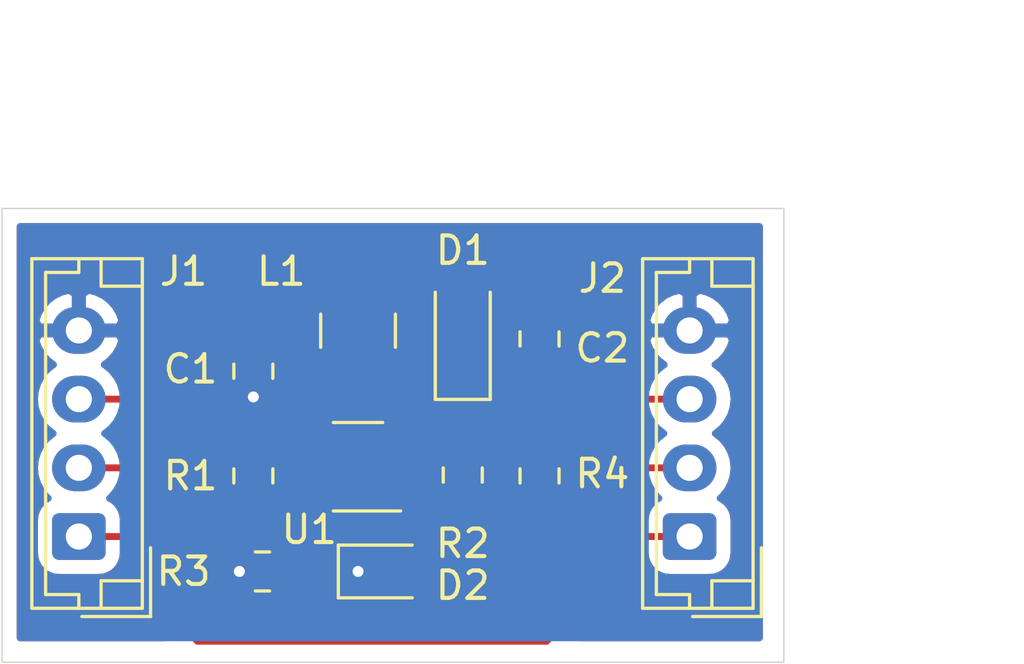
<source format=kicad_pcb>
(kicad_pcb (version 20171130) (host pcbnew "(5.1.6)-1")

  (general
    (thickness 1.6)
    (drawings 9)
    (tracks 58)
    (zones 0)
    (modules 12)
    (nets 10)
  )

  (page A4)
  (layers
    (0 F.Cu signal)
    (31 B.Cu signal)
    (32 B.Adhes user)
    (33 F.Adhes user)
    (34 B.Paste user)
    (35 F.Paste user)
    (36 B.SilkS user)
    (37 F.SilkS user)
    (38 B.Mask user)
    (39 F.Mask user)
    (40 Dwgs.User user)
    (41 Cmts.User user)
    (42 Eco1.User user)
    (43 Eco2.User user)
    (44 Edge.Cuts user)
    (45 Margin user)
    (46 B.CrtYd user)
    (47 F.CrtYd user)
    (48 B.Fab user)
    (49 F.Fab user)
  )

  (setup
    (last_trace_width 0.25)
    (trace_clearance 0.2)
    (zone_clearance 0.508)
    (zone_45_only no)
    (trace_min 0.2)
    (via_size 0.8)
    (via_drill 0.4)
    (via_min_size 0.4)
    (via_min_drill 0.3)
    (uvia_size 0.3)
    (uvia_drill 0.1)
    (uvias_allowed no)
    (uvia_min_size 0.2)
    (uvia_min_drill 0.1)
    (edge_width 0.05)
    (segment_width 0.2)
    (pcb_text_width 0.3)
    (pcb_text_size 1.5 1.5)
    (mod_edge_width 0.12)
    (mod_text_size 1 1)
    (mod_text_width 0.15)
    (pad_size 1.524 1.524)
    (pad_drill 0.762)
    (pad_to_mask_clearance 0.05)
    (aux_axis_origin 0 0)
    (visible_elements 7FFFFFFF)
    (pcbplotparams
      (layerselection 0x010f0_ffffffff)
      (usegerberextensions false)
      (usegerberattributes true)
      (usegerberadvancedattributes true)
      (creategerberjobfile true)
      (excludeedgelayer true)
      (linewidth 0.100000)
      (plotframeref false)
      (viasonmask false)
      (mode 1)
      (useauxorigin false)
      (hpglpennumber 1)
      (hpglpenspeed 20)
      (hpglpendiameter 15.000000)
      (psnegative false)
      (psa4output false)
      (plotreference true)
      (plotvalue true)
      (plotinvisibletext false)
      (padsonsilk false)
      (subtractmaskfromsilk false)
      (outputformat 1)
      (mirror false)
      (drillshape 0)
      (scaleselection 1)
      (outputdirectory "gerber/"))
  )

  (net 0 "")
  (net 1 GND)
  (net 2 +3V3)
  (net 3 +5V)
  (net 4 "Net-(D1-Pad2)")
  (net 5 "Net-(D2-Pad2)")
  (net 6 "Net-(J1-Pad2)")
  (net 7 "Net-(J1-Pad1)")
  (net 8 "Net-(R1-Pad1)")
  (net 9 "Net-(R2-Pad1)")

  (net_class Default "This is the default net class."
    (clearance 0.2)
    (trace_width 0.25)
    (via_dia 0.8)
    (via_drill 0.4)
    (uvia_dia 0.3)
    (uvia_drill 0.1)
    (add_net +3V3)
    (add_net +5V)
    (add_net GND)
    (add_net "Net-(D1-Pad2)")
    (add_net "Net-(D2-Pad2)")
    (add_net "Net-(J1-Pad1)")
    (add_net "Net-(J1-Pad2)")
    (add_net "Net-(R1-Pad1)")
    (add_net "Net-(R2-Pad1)")
  )

  (module Package_TO_SOT_SMD:SOT-23-5 (layer F.Cu) (tedit 5A02FF57) (tstamp 5EFF783F)
    (at 119.38 78.74 180)
    (descr "5-pin SOT23 package")
    (tags SOT-23-5)
    (path /5EFF8EED)
    (attr smd)
    (fp_text reference U1 (at 1.778 -2.286) (layer F.SilkS)
      (effects (font (size 1 1) (thickness 0.15)))
    )
    (fp_text value AP3012 (at 0 2.9) (layer F.Fab)
      (effects (font (size 1 1) (thickness 0.15)))
    )
    (fp_line (start 0.9 -1.55) (end 0.9 1.55) (layer F.Fab) (width 0.1))
    (fp_line (start 0.9 1.55) (end -0.9 1.55) (layer F.Fab) (width 0.1))
    (fp_line (start -0.9 -0.9) (end -0.9 1.55) (layer F.Fab) (width 0.1))
    (fp_line (start 0.9 -1.55) (end -0.25 -1.55) (layer F.Fab) (width 0.1))
    (fp_line (start -0.9 -0.9) (end -0.25 -1.55) (layer F.Fab) (width 0.1))
    (fp_line (start -1.9 1.8) (end -1.9 -1.8) (layer F.CrtYd) (width 0.05))
    (fp_line (start 1.9 1.8) (end -1.9 1.8) (layer F.CrtYd) (width 0.05))
    (fp_line (start 1.9 -1.8) (end 1.9 1.8) (layer F.CrtYd) (width 0.05))
    (fp_line (start -1.9 -1.8) (end 1.9 -1.8) (layer F.CrtYd) (width 0.05))
    (fp_line (start 0.9 -1.61) (end -1.55 -1.61) (layer F.SilkS) (width 0.12))
    (fp_line (start -0.9 1.61) (end 0.9 1.61) (layer F.SilkS) (width 0.12))
    (fp_text user %R (at 0 0 180) (layer F.Fab)
      (effects (font (size 0.5 0.5) (thickness 0.075)))
    )
    (pad 5 smd rect (at 1.1 -0.95 180) (size 1.06 0.65) (layers F.Cu F.Paste F.Mask))
    (pad 4 smd rect (at 1.1 0.95 180) (size 1.06 0.65) (layers F.Cu F.Paste F.Mask)
      (net 8 "Net-(R1-Pad1)"))
    (pad 3 smd rect (at -1.1 0.95 180) (size 1.06 0.65) (layers F.Cu F.Paste F.Mask)
      (net 9 "Net-(R2-Pad1)"))
    (pad 2 smd rect (at -1.1 0 180) (size 1.06 0.65) (layers F.Cu F.Paste F.Mask)
      (net 1 GND))
    (pad 1 smd rect (at -1.1 -0.95 180) (size 1.06 0.65) (layers F.Cu F.Paste F.Mask))
    (model ${KISYS3DMOD}/Package_TO_SOT_SMD.3dshapes/SOT-23-5.wrl
      (at (xyz 0 0 0))
      (scale (xyz 1 1 1))
      (rotate (xyz 0 0 0))
    )
  )

  (module Resistor_SMD:R_0805_2012Metric (layer F.Cu) (tedit 5B36C52B) (tstamp 5EFF86E7)
    (at 125.984 79.0725 270)
    (descr "Resistor SMD 0805 (2012 Metric), square (rectangular) end terminal, IPC_7351 nominal, (Body size source: https://docs.google.com/spreadsheets/d/1BsfQQcO9C6DZCsRaXUlFlo91Tg2WpOkGARC1WS5S8t0/edit?usp=sharing), generated with kicad-footprint-generator")
    (tags resistor)
    (path /5F00E721)
    (attr smd)
    (fp_text reference R4 (at -0.0785 -2.286 180) (layer F.SilkS)
      (effects (font (size 1 1) (thickness 0.15)))
    )
    (fp_text value R (at 0 1.65 90) (layer F.Fab)
      (effects (font (size 1 1) (thickness 0.15)))
    )
    (fp_line (start 1.68 0.95) (end -1.68 0.95) (layer F.CrtYd) (width 0.05))
    (fp_line (start 1.68 -0.95) (end 1.68 0.95) (layer F.CrtYd) (width 0.05))
    (fp_line (start -1.68 -0.95) (end 1.68 -0.95) (layer F.CrtYd) (width 0.05))
    (fp_line (start -1.68 0.95) (end -1.68 -0.95) (layer F.CrtYd) (width 0.05))
    (fp_line (start -0.258578 0.71) (end 0.258578 0.71) (layer F.SilkS) (width 0.12))
    (fp_line (start -0.258578 -0.71) (end 0.258578 -0.71) (layer F.SilkS) (width 0.12))
    (fp_line (start 1 0.6) (end -1 0.6) (layer F.Fab) (width 0.1))
    (fp_line (start 1 -0.6) (end 1 0.6) (layer F.Fab) (width 0.1))
    (fp_line (start -1 -0.6) (end 1 -0.6) (layer F.Fab) (width 0.1))
    (fp_line (start -1 0.6) (end -1 -0.6) (layer F.Fab) (width 0.1))
    (fp_text user %R (at 0 0 90) (layer F.Fab)
      (effects (font (size 0.5 0.5) (thickness 0.08)))
    )
    (pad 2 smd roundrect (at 0.9375 0 270) (size 0.975 1.4) (layers F.Cu F.Paste F.Mask) (roundrect_rratio 0.25)
      (net 5 "Net-(D2-Pad2)"))
    (pad 1 smd roundrect (at -0.9375 0 270) (size 0.975 1.4) (layers F.Cu F.Paste F.Mask) (roundrect_rratio 0.25)
      (net 3 +5V))
    (model ${KISYS3DMOD}/Resistor_SMD.3dshapes/R_0805_2012Metric.wrl
      (at (xyz 0 0 0))
      (scale (xyz 1 1 1))
      (rotate (xyz 0 0 0))
    )
  )

  (module Resistor_SMD:R_0805_2012Metric (layer F.Cu) (tedit 5B36C52B) (tstamp 5EFF7B40)
    (at 115.9025 82.55 180)
    (descr "Resistor SMD 0805 (2012 Metric), square (rectangular) end terminal, IPC_7351 nominal, (Body size source: https://docs.google.com/spreadsheets/d/1BsfQQcO9C6DZCsRaXUlFlo91Tg2WpOkGARC1WS5S8t0/edit?usp=sharing), generated with kicad-footprint-generator")
    (tags resistor)
    (path /5EFFF86F)
    (attr smd)
    (fp_text reference R3 (at 2.8725 0) (layer F.SilkS)
      (effects (font (size 1 1) (thickness 0.15)))
    )
    (fp_text value R (at 0 1.65) (layer F.Fab)
      (effects (font (size 1 1) (thickness 0.15)))
    )
    (fp_line (start 1.68 0.95) (end -1.68 0.95) (layer F.CrtYd) (width 0.05))
    (fp_line (start 1.68 -0.95) (end 1.68 0.95) (layer F.CrtYd) (width 0.05))
    (fp_line (start -1.68 -0.95) (end 1.68 -0.95) (layer F.CrtYd) (width 0.05))
    (fp_line (start -1.68 0.95) (end -1.68 -0.95) (layer F.CrtYd) (width 0.05))
    (fp_line (start -0.258578 0.71) (end 0.258578 0.71) (layer F.SilkS) (width 0.12))
    (fp_line (start -0.258578 -0.71) (end 0.258578 -0.71) (layer F.SilkS) (width 0.12))
    (fp_line (start 1 0.6) (end -1 0.6) (layer F.Fab) (width 0.1))
    (fp_line (start 1 -0.6) (end 1 0.6) (layer F.Fab) (width 0.1))
    (fp_line (start -1 -0.6) (end 1 -0.6) (layer F.Fab) (width 0.1))
    (fp_line (start -1 0.6) (end -1 -0.6) (layer F.Fab) (width 0.1))
    (fp_text user %R (at 0 0) (layer F.Fab)
      (effects (font (size 0.5 0.5) (thickness 0.08)))
    )
    (pad 2 smd roundrect (at 0.9375 0 180) (size 0.975 1.4) (layers F.Cu F.Paste F.Mask) (roundrect_rratio 0.25)
      (net 1 GND))
    (pad 1 smd roundrect (at -0.9375 0 180) (size 0.975 1.4) (layers F.Cu F.Paste F.Mask) (roundrect_rratio 0.25)
      (net 9 "Net-(R2-Pad1)"))
    (model ${KISYS3DMOD}/Resistor_SMD.3dshapes/R_0805_2012Metric.wrl
      (at (xyz 0 0 0))
      (scale (xyz 1 1 1))
      (rotate (xyz 0 0 0))
    )
  )

  (module Resistor_SMD:R_0805_2012Metric (layer F.Cu) (tedit 5B36C52B) (tstamp 5EFF73D9)
    (at 123.19 79.0425 90)
    (descr "Resistor SMD 0805 (2012 Metric), square (rectangular) end terminal, IPC_7351 nominal, (Body size source: https://docs.google.com/spreadsheets/d/1BsfQQcO9C6DZCsRaXUlFlo91Tg2WpOkGARC1WS5S8t0/edit?usp=sharing), generated with kicad-footprint-generator")
    (tags resistor)
    (path /5EFFF44A)
    (attr smd)
    (fp_text reference R2 (at -2.4915 0 180) (layer F.SilkS)
      (effects (font (size 1 1) (thickness 0.15)))
    )
    (fp_text value R (at 0 1.65 90) (layer F.Fab)
      (effects (font (size 1 1) (thickness 0.15)))
    )
    (fp_line (start 1.68 0.95) (end -1.68 0.95) (layer F.CrtYd) (width 0.05))
    (fp_line (start 1.68 -0.95) (end 1.68 0.95) (layer F.CrtYd) (width 0.05))
    (fp_line (start -1.68 -0.95) (end 1.68 -0.95) (layer F.CrtYd) (width 0.05))
    (fp_line (start -1.68 0.95) (end -1.68 -0.95) (layer F.CrtYd) (width 0.05))
    (fp_line (start -0.258578 0.71) (end 0.258578 0.71) (layer F.SilkS) (width 0.12))
    (fp_line (start -0.258578 -0.71) (end 0.258578 -0.71) (layer F.SilkS) (width 0.12))
    (fp_line (start 1 0.6) (end -1 0.6) (layer F.Fab) (width 0.1))
    (fp_line (start 1 -0.6) (end 1 0.6) (layer F.Fab) (width 0.1))
    (fp_line (start -1 -0.6) (end 1 -0.6) (layer F.Fab) (width 0.1))
    (fp_line (start -1 0.6) (end -1 -0.6) (layer F.Fab) (width 0.1))
    (fp_text user %R (at 0 0 90) (layer F.Fab)
      (effects (font (size 0.5 0.5) (thickness 0.08)))
    )
    (pad 2 smd roundrect (at 0.9375 0 90) (size 0.975 1.4) (layers F.Cu F.Paste F.Mask) (roundrect_rratio 0.25)
      (net 3 +5V))
    (pad 1 smd roundrect (at -0.9375 0 90) (size 0.975 1.4) (layers F.Cu F.Paste F.Mask) (roundrect_rratio 0.25)
      (net 9 "Net-(R2-Pad1)"))
    (model ${KISYS3DMOD}/Resistor_SMD.3dshapes/R_0805_2012Metric.wrl
      (at (xyz 0 0 0))
      (scale (xyz 1 1 1))
      (rotate (xyz 0 0 0))
    )
  )

  (module Resistor_SMD:R_0805_2012Metric (layer F.Cu) (tedit 5B36C52B) (tstamp 5EFF6E25)
    (at 115.57 79.0725 90)
    (descr "Resistor SMD 0805 (2012 Metric), square (rectangular) end terminal, IPC_7351 nominal, (Body size source: https://docs.google.com/spreadsheets/d/1BsfQQcO9C6DZCsRaXUlFlo91Tg2WpOkGARC1WS5S8t0/edit?usp=sharing), generated with kicad-footprint-generator")
    (tags resistor)
    (path /5EFFDADE)
    (attr smd)
    (fp_text reference R1 (at 0 -2.286 180) (layer F.SilkS)
      (effects (font (size 1 1) (thickness 0.15)))
    )
    (fp_text value R (at 0 1.65 90) (layer F.Fab)
      (effects (font (size 1 1) (thickness 0.15)))
    )
    (fp_line (start 1.68 0.95) (end -1.68 0.95) (layer F.CrtYd) (width 0.05))
    (fp_line (start 1.68 -0.95) (end 1.68 0.95) (layer F.CrtYd) (width 0.05))
    (fp_line (start -1.68 -0.95) (end 1.68 -0.95) (layer F.CrtYd) (width 0.05))
    (fp_line (start -1.68 0.95) (end -1.68 -0.95) (layer F.CrtYd) (width 0.05))
    (fp_line (start -0.258578 0.71) (end 0.258578 0.71) (layer F.SilkS) (width 0.12))
    (fp_line (start -0.258578 -0.71) (end 0.258578 -0.71) (layer F.SilkS) (width 0.12))
    (fp_line (start 1 0.6) (end -1 0.6) (layer F.Fab) (width 0.1))
    (fp_line (start 1 -0.6) (end 1 0.6) (layer F.Fab) (width 0.1))
    (fp_line (start -1 -0.6) (end 1 -0.6) (layer F.Fab) (width 0.1))
    (fp_line (start -1 0.6) (end -1 -0.6) (layer F.Fab) (width 0.1))
    (fp_text user %R (at 0 0 90) (layer F.Fab)
      (effects (font (size 0.5 0.5) (thickness 0.08)))
    )
    (pad 2 smd roundrect (at 0.9375 0 90) (size 0.975 1.4) (layers F.Cu F.Paste F.Mask) (roundrect_rratio 0.25)
      (net 2 +3V3))
    (pad 1 smd roundrect (at -0.9375 0 90) (size 0.975 1.4) (layers F.Cu F.Paste F.Mask) (roundrect_rratio 0.25)
      (net 8 "Net-(R1-Pad1)"))
    (model ${KISYS3DMOD}/Resistor_SMD.3dshapes/R_0805_2012Metric.wrl
      (at (xyz 0 0 0))
      (scale (xyz 1 1 1))
      (rotate (xyz 0 0 0))
    )
  )

  (module Inductor_SMD:L_1210_3225Metric (layer F.Cu) (tedit 5B301BBE) (tstamp 5EFF730E)
    (at 119.38 73.79 90)
    (descr "Inductor SMD 1210 (3225 Metric), square (rectangular) end terminal, IPC_7351 nominal, (Body size source: http://www.tortai-tech.com/upload/download/2011102023233369053.pdf), generated with kicad-footprint-generator")
    (tags inductor)
    (path /5F0002CB)
    (attr smd)
    (fp_text reference L1 (at 2.162 -2.794 180) (layer F.SilkS)
      (effects (font (size 1 1) (thickness 0.15)))
    )
    (fp_text value L (at 0 2.28 90) (layer F.Fab)
      (effects (font (size 1 1) (thickness 0.15)))
    )
    (fp_line (start 2.28 1.58) (end -2.28 1.58) (layer F.CrtYd) (width 0.05))
    (fp_line (start 2.28 -1.58) (end 2.28 1.58) (layer F.CrtYd) (width 0.05))
    (fp_line (start -2.28 -1.58) (end 2.28 -1.58) (layer F.CrtYd) (width 0.05))
    (fp_line (start -2.28 1.58) (end -2.28 -1.58) (layer F.CrtYd) (width 0.05))
    (fp_line (start -0.602064 1.36) (end 0.602064 1.36) (layer F.SilkS) (width 0.12))
    (fp_line (start -0.602064 -1.36) (end 0.602064 -1.36) (layer F.SilkS) (width 0.12))
    (fp_line (start 1.6 1.25) (end -1.6 1.25) (layer F.Fab) (width 0.1))
    (fp_line (start 1.6 -1.25) (end 1.6 1.25) (layer F.Fab) (width 0.1))
    (fp_line (start -1.6 -1.25) (end 1.6 -1.25) (layer F.Fab) (width 0.1))
    (fp_line (start -1.6 1.25) (end -1.6 -1.25) (layer F.Fab) (width 0.1))
    (fp_text user %R (at 0 0 90) (layer F.Fab)
      (effects (font (size 0.8 0.8) (thickness 0.12)))
    )
    (pad 2 smd roundrect (at 1.4 0 90) (size 1.25 2.65) (layers F.Cu F.Paste F.Mask) (roundrect_rratio 0.2)
      (net 4 "Net-(D1-Pad2)"))
    (pad 1 smd roundrect (at -1.4 0 90) (size 1.25 2.65) (layers F.Cu F.Paste F.Mask) (roundrect_rratio 0.2)
      (net 2 +3V3))
    (model ${KISYS3DMOD}/Inductor_SMD.3dshapes/L_1210_3225Metric.wrl
      (at (xyz 0 0 0))
      (scale (xyz 1 1 1))
      (rotate (xyz 0 0 0))
    )
  )

  (module Connector_JST:JST_EH_B4B-EH-A_1x04_P2.50mm_Vertical (layer F.Cu) (tedit 5C28142C) (tstamp 5EFF6E03)
    (at 131.445 81.28 90)
    (descr "JST EH series connector, B4B-EH-A (http://www.jst-mfg.com/product/pdf/eng/eEH.pdf), generated with kicad-footprint-generator")
    (tags "connector JST EH vertical")
    (path /5EFF9619)
    (fp_text reference J2 (at 9.398 -3.175 180) (layer F.SilkS)
      (effects (font (size 1 1) (thickness 0.15)))
    )
    (fp_text value Conn_01x04 (at 3.81 -3.175 90) (layer F.Fab)
      (effects (font (size 1 1) (thickness 0.15)))
    )
    (fp_line (start -2.91 2.61) (end -0.41 2.61) (layer F.Fab) (width 0.1))
    (fp_line (start -2.91 0.11) (end -2.91 2.61) (layer F.Fab) (width 0.1))
    (fp_line (start -2.91 2.61) (end -0.41 2.61) (layer F.SilkS) (width 0.12))
    (fp_line (start -2.91 0.11) (end -2.91 2.61) (layer F.SilkS) (width 0.12))
    (fp_line (start 9.11 0.81) (end 9.11 2.31) (layer F.SilkS) (width 0.12))
    (fp_line (start 10.11 0.81) (end 9.11 0.81) (layer F.SilkS) (width 0.12))
    (fp_line (start -1.61 0.81) (end -1.61 2.31) (layer F.SilkS) (width 0.12))
    (fp_line (start -2.61 0.81) (end -1.61 0.81) (layer F.SilkS) (width 0.12))
    (fp_line (start 9.61 0) (end 10.11 0) (layer F.SilkS) (width 0.12))
    (fp_line (start 9.61 -1.21) (end 9.61 0) (layer F.SilkS) (width 0.12))
    (fp_line (start -2.11 -1.21) (end 9.61 -1.21) (layer F.SilkS) (width 0.12))
    (fp_line (start -2.11 0) (end -2.11 -1.21) (layer F.SilkS) (width 0.12))
    (fp_line (start -2.61 0) (end -2.11 0) (layer F.SilkS) (width 0.12))
    (fp_line (start 10.11 -1.71) (end -2.61 -1.71) (layer F.SilkS) (width 0.12))
    (fp_line (start 10.11 2.31) (end 10.11 -1.71) (layer F.SilkS) (width 0.12))
    (fp_line (start -2.61 2.31) (end 10.11 2.31) (layer F.SilkS) (width 0.12))
    (fp_line (start -2.61 -1.71) (end -2.61 2.31) (layer F.SilkS) (width 0.12))
    (fp_line (start 10.5 -2.1) (end -3 -2.1) (layer F.CrtYd) (width 0.05))
    (fp_line (start 10.5 2.7) (end 10.5 -2.1) (layer F.CrtYd) (width 0.05))
    (fp_line (start -3 2.7) (end 10.5 2.7) (layer F.CrtYd) (width 0.05))
    (fp_line (start -3 -2.1) (end -3 2.7) (layer F.CrtYd) (width 0.05))
    (fp_line (start 10 -1.6) (end -2.5 -1.6) (layer F.Fab) (width 0.1))
    (fp_line (start 10 2.2) (end 10 -1.6) (layer F.Fab) (width 0.1))
    (fp_line (start -2.5 2.2) (end 10 2.2) (layer F.Fab) (width 0.1))
    (fp_line (start -2.5 -1.6) (end -2.5 2.2) (layer F.Fab) (width 0.1))
    (fp_text user %R (at 10.16 -3.429 180) (layer F.Fab)
      (effects (font (size 1 1) (thickness 0.15)))
    )
    (pad 4 thru_hole oval (at 7.5 0 90) (size 1.7 1.95) (drill 0.95) (layers *.Cu *.Mask)
      (net 1 GND))
    (pad 3 thru_hole oval (at 5 0 90) (size 1.7 1.95) (drill 0.95) (layers *.Cu *.Mask)
      (net 3 +5V))
    (pad 2 thru_hole oval (at 2.5 0 90) (size 1.7 1.95) (drill 0.95) (layers *.Cu *.Mask)
      (net 6 "Net-(J1-Pad2)"))
    (pad 1 thru_hole roundrect (at 0 0 90) (size 1.7 1.95) (drill 0.95) (layers *.Cu *.Mask) (roundrect_rratio 0.147059)
      (net 7 "Net-(J1-Pad1)"))
    (model ${KISYS3DMOD}/Connector_JST.3dshapes/JST_EH_B4B-EH-A_1x04_P2.50mm_Vertical.wrl
      (at (xyz 0 0 0))
      (scale (xyz 1 1 1))
      (rotate (xyz 0 0 0))
    )
  )

  (module Connector_JST:JST_EH_B4B-EH-A_1x04_P2.50mm_Vertical (layer F.Cu) (tedit 5C28142C) (tstamp 5EFF70B3)
    (at 109.22 81.28 90)
    (descr "JST EH series connector, B4B-EH-A (http://www.jst-mfg.com/product/pdf/eng/eEH.pdf), generated with kicad-footprint-generator")
    (tags "connector JST EH vertical")
    (path /5EFF9F39)
    (fp_text reference J1 (at 9.652 3.81 180) (layer F.SilkS)
      (effects (font (size 1 1) (thickness 0.15)))
    )
    (fp_text value Conn_01x04 (at 3.75 3.4 90) (layer F.Fab)
      (effects (font (size 1 1) (thickness 0.15)))
    )
    (fp_line (start -2.91 2.61) (end -0.41 2.61) (layer F.Fab) (width 0.1))
    (fp_line (start -2.91 0.11) (end -2.91 2.61) (layer F.Fab) (width 0.1))
    (fp_line (start -2.91 2.61) (end -0.41 2.61) (layer F.SilkS) (width 0.12))
    (fp_line (start -2.91 0.11) (end -2.91 2.61) (layer F.SilkS) (width 0.12))
    (fp_line (start 9.11 0.81) (end 9.11 2.31) (layer F.SilkS) (width 0.12))
    (fp_line (start 10.11 0.81) (end 9.11 0.81) (layer F.SilkS) (width 0.12))
    (fp_line (start -1.61 0.81) (end -1.61 2.31) (layer F.SilkS) (width 0.12))
    (fp_line (start -2.61 0.81) (end -1.61 0.81) (layer F.SilkS) (width 0.12))
    (fp_line (start 9.61 0) (end 10.11 0) (layer F.SilkS) (width 0.12))
    (fp_line (start 9.61 -1.21) (end 9.61 0) (layer F.SilkS) (width 0.12))
    (fp_line (start -2.11 -1.21) (end 9.61 -1.21) (layer F.SilkS) (width 0.12))
    (fp_line (start -2.11 0) (end -2.11 -1.21) (layer F.SilkS) (width 0.12))
    (fp_line (start -2.61 0) (end -2.11 0) (layer F.SilkS) (width 0.12))
    (fp_line (start 10.11 -1.71) (end -2.61 -1.71) (layer F.SilkS) (width 0.12))
    (fp_line (start 10.11 2.31) (end 10.11 -1.71) (layer F.SilkS) (width 0.12))
    (fp_line (start -2.61 2.31) (end 10.11 2.31) (layer F.SilkS) (width 0.12))
    (fp_line (start -2.61 -1.71) (end -2.61 2.31) (layer F.SilkS) (width 0.12))
    (fp_line (start 10.5 -2.1) (end -3 -2.1) (layer F.CrtYd) (width 0.05))
    (fp_line (start 10.5 2.7) (end 10.5 -2.1) (layer F.CrtYd) (width 0.05))
    (fp_line (start -3 2.7) (end 10.5 2.7) (layer F.CrtYd) (width 0.05))
    (fp_line (start -3 -2.1) (end -3 2.7) (layer F.CrtYd) (width 0.05))
    (fp_line (start 10 -1.6) (end -2.5 -1.6) (layer F.Fab) (width 0.1))
    (fp_line (start 10 2.2) (end 10 -1.6) (layer F.Fab) (width 0.1))
    (fp_line (start -2.5 2.2) (end 10 2.2) (layer F.Fab) (width 0.1))
    (fp_line (start -2.5 -1.6) (end -2.5 2.2) (layer F.Fab) (width 0.1))
    (fp_text user %R (at 3.75 1.5 90) (layer F.Fab)
      (effects (font (size 1 1) (thickness 0.15)))
    )
    (pad 4 thru_hole oval (at 7.5 0 90) (size 1.7 1.95) (drill 0.95) (layers *.Cu *.Mask)
      (net 1 GND))
    (pad 3 thru_hole oval (at 5 0 90) (size 1.7 1.95) (drill 0.95) (layers *.Cu *.Mask)
      (net 2 +3V3))
    (pad 2 thru_hole oval (at 2.5 0 90) (size 1.7 1.95) (drill 0.95) (layers *.Cu *.Mask)
      (net 6 "Net-(J1-Pad2)"))
    (pad 1 thru_hole roundrect (at 0 0 90) (size 1.7 1.95) (drill 0.95) (layers *.Cu *.Mask) (roundrect_rratio 0.147059)
      (net 7 "Net-(J1-Pad1)"))
    (model ${KISYS3DMOD}/Connector_JST.3dshapes/JST_EH_B4B-EH-A_1x04_P2.50mm_Vertical.wrl
      (at (xyz 0 0 0))
      (scale (xyz 1 1 1))
      (rotate (xyz 0 0 0))
    )
  )

  (module LED_SMD:LED_0805_2012Metric (layer F.Cu) (tedit 5B36C52C) (tstamp 5EFF7D47)
    (at 120.3475 82.55)
    (descr "LED SMD 0805 (2012 Metric), square (rectangular) end terminal, IPC_7351 nominal, (Body size source: https://docs.google.com/spreadsheets/d/1BsfQQcO9C6DZCsRaXUlFlo91Tg2WpOkGARC1WS5S8t0/edit?usp=sharing), generated with kicad-footprint-generator")
    (tags diode)
    (path /5F010CF6)
    (attr smd)
    (fp_text reference D2 (at 2.8425 0.508) (layer F.SilkS)
      (effects (font (size 1 1) (thickness 0.15)))
    )
    (fp_text value LED (at 0 1.65) (layer F.Fab)
      (effects (font (size 1 1) (thickness 0.15)))
    )
    (fp_line (start 1.68 0.95) (end -1.68 0.95) (layer F.CrtYd) (width 0.05))
    (fp_line (start 1.68 -0.95) (end 1.68 0.95) (layer F.CrtYd) (width 0.05))
    (fp_line (start -1.68 -0.95) (end 1.68 -0.95) (layer F.CrtYd) (width 0.05))
    (fp_line (start -1.68 0.95) (end -1.68 -0.95) (layer F.CrtYd) (width 0.05))
    (fp_line (start -1.685 0.96) (end 1 0.96) (layer F.SilkS) (width 0.12))
    (fp_line (start -1.685 -0.96) (end -1.685 0.96) (layer F.SilkS) (width 0.12))
    (fp_line (start 1 -0.96) (end -1.685 -0.96) (layer F.SilkS) (width 0.12))
    (fp_line (start 1 0.6) (end 1 -0.6) (layer F.Fab) (width 0.1))
    (fp_line (start -1 0.6) (end 1 0.6) (layer F.Fab) (width 0.1))
    (fp_line (start -1 -0.3) (end -1 0.6) (layer F.Fab) (width 0.1))
    (fp_line (start -0.7 -0.6) (end -1 -0.3) (layer F.Fab) (width 0.1))
    (fp_line (start 1 -0.6) (end -0.7 -0.6) (layer F.Fab) (width 0.1))
    (fp_text user %R (at 0 0) (layer F.Fab)
      (effects (font (size 0.5 0.5) (thickness 0.08)))
    )
    (pad 2 smd roundrect (at 0.9375 0) (size 0.975 1.4) (layers F.Cu F.Paste F.Mask) (roundrect_rratio 0.25)
      (net 5 "Net-(D2-Pad2)"))
    (pad 1 smd roundrect (at -0.9375 0) (size 0.975 1.4) (layers F.Cu F.Paste F.Mask) (roundrect_rratio 0.25)
      (net 1 GND))
    (model ${KISYS3DMOD}/LED_SMD.3dshapes/LED_0805_2012Metric.wrl
      (at (xyz 0 0 0))
      (scale (xyz 1 1 1))
      (rotate (xyz 0 0 0))
    )
  )

  (module Diode_SMD:D_SOD-123 (layer F.Cu) (tedit 58645DC7) (tstamp 5EFF6DAC)
    (at 123.19 74.04 90)
    (descr SOD-123)
    (tags SOD-123)
    (path /5F001328)
    (attr smd)
    (fp_text reference D1 (at 3.174 0 180) (layer F.SilkS)
      (effects (font (size 1 1) (thickness 0.15)))
    )
    (fp_text value 1N5819 (at 0 2.1 90) (layer F.Fab)
      (effects (font (size 1 1) (thickness 0.15)))
    )
    (fp_line (start -2.25 -1) (end 1.65 -1) (layer F.SilkS) (width 0.12))
    (fp_line (start -2.25 1) (end 1.65 1) (layer F.SilkS) (width 0.12))
    (fp_line (start -2.35 -1.15) (end -2.35 1.15) (layer F.CrtYd) (width 0.05))
    (fp_line (start 2.35 1.15) (end -2.35 1.15) (layer F.CrtYd) (width 0.05))
    (fp_line (start 2.35 -1.15) (end 2.35 1.15) (layer F.CrtYd) (width 0.05))
    (fp_line (start -2.35 -1.15) (end 2.35 -1.15) (layer F.CrtYd) (width 0.05))
    (fp_line (start -1.4 -0.9) (end 1.4 -0.9) (layer F.Fab) (width 0.1))
    (fp_line (start 1.4 -0.9) (end 1.4 0.9) (layer F.Fab) (width 0.1))
    (fp_line (start 1.4 0.9) (end -1.4 0.9) (layer F.Fab) (width 0.1))
    (fp_line (start -1.4 0.9) (end -1.4 -0.9) (layer F.Fab) (width 0.1))
    (fp_line (start -0.75 0) (end -0.35 0) (layer F.Fab) (width 0.1))
    (fp_line (start -0.35 0) (end -0.35 -0.55) (layer F.Fab) (width 0.1))
    (fp_line (start -0.35 0) (end -0.35 0.55) (layer F.Fab) (width 0.1))
    (fp_line (start -0.35 0) (end 0.25 -0.4) (layer F.Fab) (width 0.1))
    (fp_line (start 0.25 -0.4) (end 0.25 0.4) (layer F.Fab) (width 0.1))
    (fp_line (start 0.25 0.4) (end -0.35 0) (layer F.Fab) (width 0.1))
    (fp_line (start 0.25 0) (end 0.75 0) (layer F.Fab) (width 0.1))
    (fp_line (start -2.25 -1) (end -2.25 1) (layer F.SilkS) (width 0.12))
    (fp_text user %R (at 0 -2 90) (layer F.Fab)
      (effects (font (size 1 1) (thickness 0.15)))
    )
    (pad 2 smd rect (at 1.65 0 90) (size 0.9 1.2) (layers F.Cu F.Paste F.Mask)
      (net 4 "Net-(D1-Pad2)"))
    (pad 1 smd rect (at -1.65 0 90) (size 0.9 1.2) (layers F.Cu F.Paste F.Mask)
      (net 3 +5V))
    (model ${KISYS3DMOD}/Diode_SMD.3dshapes/D_SOD-123.wrl
      (at (xyz 0 0 0))
      (scale (xyz 1 1 1))
      (rotate (xyz 0 0 0))
    )
  )

  (module Capacitor_SMD:C_0805_2012Metric (layer F.Cu) (tedit 5B36C52B) (tstamp 5EFF6D93)
    (at 125.984 74.0895 90)
    (descr "Capacitor SMD 0805 (2012 Metric), square (rectangular) end terminal, IPC_7351 nominal, (Body size source: https://docs.google.com/spreadsheets/d/1BsfQQcO9C6DZCsRaXUlFlo91Tg2WpOkGARC1WS5S8t0/edit?usp=sharing), generated with kicad-footprint-generator")
    (tags capacitor)
    (path /5F002B94)
    (attr smd)
    (fp_text reference C2 (at -0.3325 2.286 180) (layer F.SilkS)
      (effects (font (size 1 1) (thickness 0.15)))
    )
    (fp_text value CP (at 0 1.65 90) (layer F.Fab)
      (effects (font (size 1 1) (thickness 0.15)))
    )
    (fp_line (start 1.68 0.95) (end -1.68 0.95) (layer F.CrtYd) (width 0.05))
    (fp_line (start 1.68 -0.95) (end 1.68 0.95) (layer F.CrtYd) (width 0.05))
    (fp_line (start -1.68 -0.95) (end 1.68 -0.95) (layer F.CrtYd) (width 0.05))
    (fp_line (start -1.68 0.95) (end -1.68 -0.95) (layer F.CrtYd) (width 0.05))
    (fp_line (start -0.258578 0.71) (end 0.258578 0.71) (layer F.SilkS) (width 0.12))
    (fp_line (start -0.258578 -0.71) (end 0.258578 -0.71) (layer F.SilkS) (width 0.12))
    (fp_line (start 1 0.6) (end -1 0.6) (layer F.Fab) (width 0.1))
    (fp_line (start 1 -0.6) (end 1 0.6) (layer F.Fab) (width 0.1))
    (fp_line (start -1 -0.6) (end 1 -0.6) (layer F.Fab) (width 0.1))
    (fp_line (start -1 0.6) (end -1 -0.6) (layer F.Fab) (width 0.1))
    (fp_text user %R (at 0 0 90) (layer F.Fab)
      (effects (font (size 0.5 0.5) (thickness 0.08)))
    )
    (pad 2 smd roundrect (at 0.9375 0 90) (size 0.975 1.4) (layers F.Cu F.Paste F.Mask) (roundrect_rratio 0.25)
      (net 1 GND))
    (pad 1 smd roundrect (at -0.9375 0 90) (size 0.975 1.4) (layers F.Cu F.Paste F.Mask) (roundrect_rratio 0.25)
      (net 3 +5V))
    (model ${KISYS3DMOD}/Capacitor_SMD.3dshapes/C_0805_2012Metric.wrl
      (at (xyz 0 0 0))
      (scale (xyz 1 1 1))
      (rotate (xyz 0 0 0))
    )
  )

  (module Capacitor_SMD:C_0805_2012Metric (layer F.Cu) (tedit 5B36C52B) (tstamp 5EFF810F)
    (at 115.57 75.2625 270)
    (descr "Capacitor SMD 0805 (2012 Metric), square (rectangular) end terminal, IPC_7351 nominal, (Body size source: https://docs.google.com/spreadsheets/d/1BsfQQcO9C6DZCsRaXUlFlo91Tg2WpOkGARC1WS5S8t0/edit?usp=sharing), generated with kicad-footprint-generator")
    (tags capacitor)
    (path /5F0033AA)
    (attr smd)
    (fp_text reference C1 (at -0.0785 2.286 180) (layer F.SilkS)
      (effects (font (size 1 1) (thickness 0.15)))
    )
    (fp_text value CP (at 0 1.65 90) (layer F.Fab)
      (effects (font (size 1 1) (thickness 0.15)))
    )
    (fp_line (start 1.68 0.95) (end -1.68 0.95) (layer F.CrtYd) (width 0.05))
    (fp_line (start 1.68 -0.95) (end 1.68 0.95) (layer F.CrtYd) (width 0.05))
    (fp_line (start -1.68 -0.95) (end 1.68 -0.95) (layer F.CrtYd) (width 0.05))
    (fp_line (start -1.68 0.95) (end -1.68 -0.95) (layer F.CrtYd) (width 0.05))
    (fp_line (start -0.258578 0.71) (end 0.258578 0.71) (layer F.SilkS) (width 0.12))
    (fp_line (start -0.258578 -0.71) (end 0.258578 -0.71) (layer F.SilkS) (width 0.12))
    (fp_line (start 1 0.6) (end -1 0.6) (layer F.Fab) (width 0.1))
    (fp_line (start 1 -0.6) (end 1 0.6) (layer F.Fab) (width 0.1))
    (fp_line (start -1 -0.6) (end 1 -0.6) (layer F.Fab) (width 0.1))
    (fp_line (start -1 0.6) (end -1 -0.6) (layer F.Fab) (width 0.1))
    (fp_text user %R (at 0 0 90) (layer F.Fab)
      (effects (font (size 0.5 0.5) (thickness 0.08)))
    )
    (pad 2 smd roundrect (at 0.9375 0 270) (size 0.975 1.4) (layers F.Cu F.Paste F.Mask) (roundrect_rratio 0.25)
      (net 1 GND))
    (pad 1 smd roundrect (at -0.9375 0 270) (size 0.975 1.4) (layers F.Cu F.Paste F.Mask) (roundrect_rratio 0.25)
      (net 2 +3V3))
    (model ${KISYS3DMOD}/Capacitor_SMD.3dshapes/C_0805_2012Metric.wrl
      (at (xyz 0 0 0))
      (scale (xyz 1 1 1))
      (rotate (xyz 0 0 0))
    )
  )

  (dimension 22.352 (width 0.15) (layer Dwgs.User)
    (gr_text "22.352 mm" (at 120.396 65.248) (layer Dwgs.User)
      (effects (font (size 1 1) (thickness 0.15)))
    )
    (feature1 (pts (xy 131.572 73.66) (xy 131.572 65.961579)))
    (feature2 (pts (xy 109.22 73.66) (xy 109.22 65.961579)))
    (crossbar (pts (xy 109.22 66.548) (xy 131.572 66.548)))
    (arrow1a (pts (xy 131.572 66.548) (xy 130.445496 67.134421)))
    (arrow1b (pts (xy 131.572 66.548) (xy 130.445496 65.961579)))
    (arrow2a (pts (xy 109.22 66.548) (xy 110.346504 67.134421)))
    (arrow2b (pts (xy 109.22 66.548) (xy 110.346504 65.961579)))
  )
  (dimension 28.448 (width 0.15) (layer Dwgs.User)
    (gr_text "28.448 mm" (at 120.65 62.454) (layer Dwgs.User)
      (effects (font (size 1 1) (thickness 0.15)))
    )
    (feature1 (pts (xy 134.874 69.342) (xy 134.874 63.167579)))
    (feature2 (pts (xy 106.426 69.342) (xy 106.426 63.167579)))
    (crossbar (pts (xy 106.426 63.754) (xy 134.874 63.754)))
    (arrow1a (pts (xy 134.874 63.754) (xy 133.747496 64.340421)))
    (arrow1b (pts (xy 134.874 63.754) (xy 133.747496 63.167579)))
    (arrow2a (pts (xy 106.426 63.754) (xy 107.552504 64.340421)))
    (arrow2b (pts (xy 106.426 63.754) (xy 107.552504 63.167579)))
  )
  (dimension 16.51 (width 0.15) (layer Dwgs.User)
    (gr_text "16.510 mm" (at 142.27 77.597 270) (layer Dwgs.User)
      (effects (font (size 1 1) (thickness 0.15)))
    )
    (feature1 (pts (xy 134.874 85.852) (xy 141.556421 85.852)))
    (feature2 (pts (xy 134.874 69.342) (xy 141.556421 69.342)))
    (crossbar (pts (xy 140.97 69.342) (xy 140.97 85.852)))
    (arrow1a (pts (xy 140.97 85.852) (xy 140.383579 84.725496)))
    (arrow1b (pts (xy 140.97 85.852) (xy 141.556421 84.725496)))
    (arrow2a (pts (xy 140.97 69.342) (xy 140.383579 70.468504)))
    (arrow2b (pts (xy 140.97 69.342) (xy 141.556421 70.468504)))
  )
  (gr_line (start 134.874 70.104) (end 134.874 69.342) (layer Edge.Cuts) (width 0.05) (tstamp 5EFF8850))
  (gr_line (start 106.426 69.342) (end 106.426 70.104) (layer Edge.Cuts) (width 0.05) (tstamp 5EFF884F))
  (gr_line (start 106.426 85.852) (end 106.426 70.104) (layer Edge.Cuts) (width 0.05) (tstamp 5EFF8846))
  (gr_line (start 134.874 85.852) (end 106.426 85.852) (layer Edge.Cuts) (width 0.05))
  (gr_line (start 134.874 70.104) (end 134.874 85.852) (layer Edge.Cuts) (width 0.05))
  (gr_line (start 106.426 69.342) (end 134.874 69.342) (layer Edge.Cuts) (width 0.05))

  (via (at 119.38 82.55) (size 0.8) (drill 0.4) (layers F.Cu B.Cu) (net 1))
  (via (at 115.062 82.55) (size 0.8) (drill 0.4) (layers F.Cu B.Cu) (net 1))
  (via (at 115.57 76.2) (size 0.8) (drill 0.4) (layers F.Cu B.Cu) (net 1))
  (segment (start 119.7 78.74) (end 119.38 78.42) (width 0.25) (layer F.Cu) (net 1))
  (segment (start 120.48 78.74) (end 119.7 78.74) (width 0.25) (layer F.Cu) (net 1))
  (segment (start 119.38 78.42) (end 119.38 76.962) (width 0.25) (layer F.Cu) (net 1))
  (segment (start 115.57 78.135) (end 116.429 78.135) (width 0.25) (layer F.Cu) (net 2))
  (segment (start 116.429 78.135) (end 117.094 77.47) (width 0.25) (layer F.Cu) (net 2))
  (segment (start 116.489 74.325) (end 115.57 74.325) (width 0.25) (layer F.Cu) (net 2))
  (segment (start 117.094 74.93) (end 116.489 74.325) (width 0.25) (layer F.Cu) (net 2))
  (segment (start 119.374 75.184) (end 119.38 75.19) (width 0.25) (layer F.Cu) (net 2))
  (segment (start 117.094 75.184) (end 117.094 74.93) (width 0.25) (layer F.Cu) (net 2))
  (segment (start 117.094 75.184) (end 119.374 75.184) (width 0.25) (layer F.Cu) (net 2))
  (segment (start 117.094 77.47) (end 117.094 75.184) (width 0.25) (layer F.Cu) (net 2))
  (segment (start 109.22 76.28) (end 111.078 76.28) (width 0.25) (layer F.Cu) (net 2))
  (segment (start 112.933 78.135) (end 115.57 78.135) (width 0.25) (layer F.Cu) (net 2))
  (segment (start 111.078 76.28) (end 112.933 78.135) (width 0.25) (layer F.Cu) (net 2))
  (segment (start 123.19 75.69) (end 123.19 78.105) (width 0.25) (layer F.Cu) (net 3))
  (segment (start 123.19 78.105) (end 126.365 78.105) (width 0.25) (layer F.Cu) (net 3))
  (segment (start 126.365 78.105) (end 127.635 78.105) (width 0.25) (layer F.Cu) (net 3))
  (segment (start 129.46 76.28) (end 131.445 76.28) (width 0.25) (layer F.Cu) (net 3))
  (segment (start 127.635 78.105) (end 129.46 76.28) (width 0.25) (layer F.Cu) (net 3))
  (segment (start 123.853 75.027) (end 123.19 75.69) (width 0.25) (layer F.Cu) (net 3))
  (segment (start 125.984 75.027) (end 123.853 75.027) (width 0.25) (layer F.Cu) (net 3))
  (segment (start 119.38 72.39) (end 123.19 72.39) (width 0.25) (layer F.Cu) (net 4))
  (segment (start 121.285 82.55) (end 124.714 82.55) (width 0.25) (layer F.Cu) (net 5) (tstamp 5F00657B))
  (segment (start 125.984 81.28) (end 125.984 80.01) (width 0.25) (layer F.Cu) (net 5))
  (segment (start 124.714 82.55) (end 125.984 81.28) (width 0.25) (layer F.Cu) (net 5))
  (segment (start 109.22 78.78) (end 111.546 78.78) (width 0.25) (layer F.Cu) (net 6))
  (segment (start 111.546 78.78) (end 113.538 80.772) (width 0.25) (layer F.Cu) (net 6))
  (segment (start 113.538 80.772) (end 113.538 83.82) (width 0.25) (layer F.Cu) (net 6))
  (segment (start 113.538 83.82) (end 114.046 84.328) (width 0.25) (layer F.Cu) (net 6))
  (segment (start 114.046 84.328) (end 125.73 84.328) (width 0.25) (layer F.Cu) (net 6))
  (segment (start 125.73 84.328) (end 127.762 82.296) (width 0.25) (layer F.Cu) (net 6))
  (segment (start 127.762 82.296) (end 127.762 79.756) (width 0.25) (layer F.Cu) (net 6))
  (segment (start 128.738 78.78) (end 131.445 78.78) (width 0.25) (layer F.Cu) (net 6))
  (segment (start 127.762 79.756) (end 128.738 78.78) (width 0.25) (layer F.Cu) (net 6))
  (segment (start 109.22 81.28) (end 111.506 81.28) (width 0.25) (layer F.Cu) (net 7))
  (segment (start 111.506 81.28) (end 112.522 82.296) (width 0.25) (layer F.Cu) (net 7))
  (segment (start 112.522 82.296) (end 112.522 84.074) (width 0.25) (layer F.Cu) (net 7))
  (segment (start 112.522 84.074) (end 113.538 85.09) (width 0.25) (layer F.Cu) (net 7))
  (segment (start 113.538 85.09) (end 126.238 85.09) (width 0.25) (layer F.Cu) (net 7))
  (segment (start 126.238 85.09) (end 128.778 82.55) (width 0.25) (layer F.Cu) (net 7))
  (segment (start 128.778 82.55) (end 128.778 82.042) (width 0.25) (layer F.Cu) (net 7))
  (segment (start 129.54 81.28) (end 131.445 81.28) (width 0.25) (layer F.Cu) (net 7))
  (segment (start 128.778 82.042) (end 129.54 81.28) (width 0.25) (layer F.Cu) (net 7))
  (segment (start 118.28 77.79) (end 118.044 77.79) (width 0.25) (layer F.Cu) (net 8))
  (segment (start 118.044 77.79) (end 116.84 78.994) (width 0.25) (layer F.Cu) (net 8))
  (segment (start 116.84 78.994) (end 116.84 79.502) (width 0.25) (layer F.Cu) (net 8))
  (segment (start 116.332 80.01) (end 115.57 80.01) (width 0.25) (layer F.Cu) (net 8))
  (segment (start 116.84 79.502) (end 116.332 80.01) (width 0.25) (layer F.Cu) (net 8))
  (segment (start 120.48 77.79) (end 121.224 77.79) (width 0.25) (layer F.Cu) (net 9))
  (segment (start 121.224 77.79) (end 121.92 78.486) (width 0.25) (layer F.Cu) (net 9))
  (segment (start 121.92 78.71) (end 123.19 79.98) (width 0.25) (layer F.Cu) (net 9))
  (segment (start 121.92 78.486) (end 121.92 78.71) (width 0.25) (layer F.Cu) (net 9))
  (segment (start 116.84 82.55) (end 118.364 81.026) (width 0.25) (layer F.Cu) (net 9))
  (segment (start 122.144 81.026) (end 123.19 79.98) (width 0.25) (layer F.Cu) (net 9))
  (segment (start 118.364 81.026) (end 122.144 81.026) (width 0.25) (layer F.Cu) (net 9))

  (zone (net 1) (net_name GND) (layer F.Cu) (tstamp 5F006668) (hatch edge 0.508)
    (connect_pads (clearance 0.508))
    (min_thickness 0.254)
    (fill yes (arc_segments 32) (thermal_gap 0.508) (thermal_bridge_width 0.508))
    (polygon
      (pts
        (xy 134.112 85.09) (xy 106.934 85.09) (xy 106.934 69.85) (xy 134.112 69.85)
      )
    )
    (filled_polygon
      (pts
        (xy 133.985 84.963) (xy 127.439802 84.963) (xy 129.289009 83.113794) (xy 129.318001 83.090001) (xy 129.341795 83.061008)
        (xy 129.341799 83.061004) (xy 129.412973 82.974277) (xy 129.412974 82.974276) (xy 129.483546 82.842247) (xy 129.527003 82.698986)
        (xy 129.538 82.587333) (xy 129.538 82.587324) (xy 129.541676 82.550001) (xy 129.538 82.512678) (xy 129.538 82.356801)
        (xy 129.848325 82.046477) (xy 129.848992 82.053254) (xy 129.899528 82.21985) (xy 129.981595 82.373386) (xy 130.092038 82.507962)
        (xy 130.226614 82.618405) (xy 130.38015 82.700472) (xy 130.546746 82.751008) (xy 130.72 82.768072) (xy 132.17 82.768072)
        (xy 132.343254 82.751008) (xy 132.50985 82.700472) (xy 132.663386 82.618405) (xy 132.797962 82.507962) (xy 132.908405 82.373386)
        (xy 132.990472 82.21985) (xy 133.041008 82.053254) (xy 133.058072 81.88) (xy 133.058072 80.68) (xy 133.041008 80.506746)
        (xy 132.990472 80.34015) (xy 132.908405 80.186614) (xy 132.797962 80.052038) (xy 132.663386 79.941595) (xy 132.561663 79.887223)
        (xy 132.625134 79.835134) (xy 132.810706 79.609014) (xy 132.948599 79.351034) (xy 133.033513 79.071111) (xy 133.062185 78.78)
        (xy 133.033513 78.488889) (xy 132.948599 78.208966) (xy 132.810706 77.950986) (xy 132.625134 77.724866) (xy 132.399014 77.539294)
        (xy 132.381626 77.53) (xy 132.399014 77.520706) (xy 132.625134 77.335134) (xy 132.810706 77.109014) (xy 132.948599 76.851034)
        (xy 133.033513 76.571111) (xy 133.062185 76.28) (xy 133.033513 75.988889) (xy 132.948599 75.708966) (xy 132.810706 75.450986)
        (xy 132.625134 75.224866) (xy 132.399014 75.039294) (xy 132.373278 75.025538) (xy 132.579429 74.869049) (xy 132.772496 74.651193)
        (xy 132.919352 74.399858) (xy 133.011476 74.13689) (xy 132.890155 73.907) (xy 131.572 73.907) (xy 131.572 73.927)
        (xy 131.318 73.927) (xy 131.318 73.907) (xy 129.999845 73.907) (xy 129.878524 74.13689) (xy 129.970648 74.399858)
        (xy 130.117504 74.651193) (xy 130.310571 74.869049) (xy 130.516722 75.025538) (xy 130.490986 75.039294) (xy 130.264866 75.224866)
        (xy 130.079294 75.450986) (xy 130.042405 75.52) (xy 129.497325 75.52) (xy 129.46 75.516324) (xy 129.422675 75.52)
        (xy 129.422667 75.52) (xy 129.311014 75.530997) (xy 129.167753 75.574454) (xy 129.035724 75.645026) (xy 128.919999 75.739999)
        (xy 128.896201 75.768997) (xy 127.320199 77.345) (xy 127.127224 77.345) (xy 127.063792 77.267708) (xy 126.930164 77.158042)
        (xy 126.777709 77.076553) (xy 126.612285 77.026372) (xy 126.44025 77.009428) (xy 125.52775 77.009428) (xy 125.355715 77.026372)
        (xy 125.190291 77.076553) (xy 125.037836 77.158042) (xy 124.904208 77.267708) (xy 124.840776 77.345) (xy 124.357845 77.345)
        (xy 124.269792 77.237708) (xy 124.136164 77.128042) (xy 123.983709 77.046553) (xy 123.95 77.036327) (xy 123.95 76.755038)
        (xy 124.03418 76.729502) (xy 124.144494 76.670537) (xy 124.241185 76.591185) (xy 124.320537 76.494494) (xy 124.379502 76.38418)
        (xy 124.415812 76.264482) (xy 124.428072 76.14) (xy 124.428072 75.787) (xy 124.816155 75.787) (xy 124.904208 75.894292)
        (xy 125.037836 76.003958) (xy 125.190291 76.085447) (xy 125.355715 76.135628) (xy 125.52775 76.152572) (xy 126.44025 76.152572)
        (xy 126.612285 76.135628) (xy 126.777709 76.085447) (xy 126.930164 76.003958) (xy 127.063792 75.894292) (xy 127.173458 75.760664)
        (xy 127.254947 75.608209) (xy 127.305128 75.442785) (xy 127.322072 75.27075) (xy 127.322072 74.78325) (xy 127.305128 74.611215)
        (xy 127.254947 74.445791) (xy 127.173458 74.293336) (xy 127.063792 74.159708) (xy 127.057436 74.154492) (xy 127.135185 74.090685)
        (xy 127.214537 73.993994) (xy 127.273502 73.88368) (xy 127.309812 73.763982) (xy 127.322072 73.6395) (xy 127.319 73.43775)
        (xy 127.30436 73.42311) (xy 129.878524 73.42311) (xy 129.999845 73.653) (xy 131.318 73.653) (xy 131.318 72.453835)
        (xy 131.572 72.453835) (xy 131.572 73.653) (xy 132.890155 73.653) (xy 133.011476 73.42311) (xy 132.919352 73.160142)
        (xy 132.772496 72.908807) (xy 132.579429 72.690951) (xy 132.34757 72.514947) (xy 132.08583 72.387558) (xy 131.804267 72.31368)
        (xy 131.572 72.453835) (xy 131.318 72.453835) (xy 131.085733 72.31368) (xy 130.80417 72.387558) (xy 130.54243 72.514947)
        (xy 130.310571 72.690951) (xy 130.117504 72.908807) (xy 129.970648 73.160142) (xy 129.878524 73.42311) (xy 127.30436 73.42311)
        (xy 127.16025 73.279) (xy 126.111 73.279) (xy 126.111 73.299) (xy 125.857 73.299) (xy 125.857 73.279)
        (xy 124.80775 73.279) (xy 124.649 73.43775) (xy 124.645928 73.6395) (xy 124.658188 73.763982) (xy 124.694498 73.88368)
        (xy 124.753463 73.993994) (xy 124.832815 74.090685) (xy 124.910564 74.154492) (xy 124.904208 74.159708) (xy 124.816155 74.267)
        (xy 123.890333 74.267) (xy 123.853 74.263323) (xy 123.815667 74.267) (xy 123.704014 74.277997) (xy 123.560753 74.321454)
        (xy 123.428724 74.392026) (xy 123.312999 74.486999) (xy 123.2892 74.515998) (xy 123.20327 74.601928) (xy 122.59 74.601928)
        (xy 122.465518 74.614188) (xy 122.34582 74.650498) (xy 122.235506 74.709463) (xy 122.138815 74.788815) (xy 122.059463 74.885506)
        (xy 122.000498 74.99582) (xy 121.964188 75.115518) (xy 121.951928 75.24) (xy 121.951928 76.14) (xy 121.964188 76.264482)
        (xy 122.000498 76.38418) (xy 122.059463 76.494494) (xy 122.138815 76.591185) (xy 122.235506 76.670537) (xy 122.34582 76.729502)
        (xy 122.43 76.755038) (xy 122.430001 77.036327) (xy 122.396291 77.046553) (xy 122.243836 77.128042) (xy 122.110208 77.237708)
        (xy 122.000542 77.371336) (xy 121.958602 77.4498) (xy 121.787803 77.279002) (xy 121.764001 77.249999) (xy 121.648276 77.155026)
        (xy 121.521431 77.087225) (xy 121.461185 77.013815) (xy 121.364494 76.934463) (xy 121.25418 76.875498) (xy 121.134482 76.839188)
        (xy 121.01 76.826928) (xy 119.95 76.826928) (xy 119.825518 76.839188) (xy 119.70582 76.875498) (xy 119.595506 76.934463)
        (xy 119.498815 77.013815) (xy 119.419463 77.110506) (xy 119.38 77.184335) (xy 119.340537 77.110506) (xy 119.261185 77.013815)
        (xy 119.164494 76.934463) (xy 119.05418 76.875498) (xy 118.934482 76.839188) (xy 118.81 76.826928) (xy 117.854 76.826928)
        (xy 117.854 76.326061) (xy 117.96515 76.385472) (xy 118.131746 76.436008) (xy 118.305 76.453072) (xy 120.455 76.453072)
        (xy 120.628254 76.436008) (xy 120.79485 76.385472) (xy 120.948386 76.303405) (xy 121.082962 76.192962) (xy 121.193405 76.058386)
        (xy 121.275472 75.90485) (xy 121.326008 75.738254) (xy 121.343072 75.565) (xy 121.343072 74.815) (xy 121.326008 74.641746)
        (xy 121.275472 74.47515) (xy 121.193405 74.321614) (xy 121.082962 74.187038) (xy 120.948386 74.076595) (xy 120.79485 73.994528)
        (xy 120.628254 73.943992) (xy 120.455 73.926928) (xy 118.305 73.926928) (xy 118.131746 73.943992) (xy 117.96515 73.994528)
        (xy 117.811614 74.076595) (xy 117.677038 74.187038) (xy 117.566595 74.321614) (xy 117.564443 74.325641) (xy 117.052803 73.814002)
        (xy 117.029001 73.784999) (xy 116.913276 73.690026) (xy 116.781247 73.619454) (xy 116.773179 73.617007) (xy 116.759458 73.591336)
        (xy 116.649792 73.457708) (xy 116.516164 73.348042) (xy 116.363709 73.266553) (xy 116.198285 73.216372) (xy 116.02625 73.199428)
        (xy 115.11375 73.199428) (xy 114.941715 73.216372) (xy 114.776291 73.266553) (xy 114.623836 73.348042) (xy 114.490208 73.457708)
        (xy 114.380542 73.591336) (xy 114.299053 73.743791) (xy 114.248872 73.909215) (xy 114.231928 74.08125) (xy 114.231928 74.56875)
        (xy 114.248872 74.740785) (xy 114.299053 74.906209) (xy 114.380542 75.058664) (xy 114.490208 75.192292) (xy 114.496564 75.197508)
        (xy 114.418815 75.261315) (xy 114.339463 75.358006) (xy 114.280498 75.46832) (xy 114.244188 75.588018) (xy 114.231928 75.7125)
        (xy 114.235 75.91425) (xy 114.39375 76.073) (xy 115.443 76.073) (xy 115.443 76.053) (xy 115.697 76.053)
        (xy 115.697 76.073) (xy 115.717 76.073) (xy 115.717 76.327) (xy 115.697 76.327) (xy 115.697 76.347)
        (xy 115.443 76.347) (xy 115.443 76.327) (xy 114.39375 76.327) (xy 114.235 76.48575) (xy 114.231928 76.6875)
        (xy 114.244188 76.811982) (xy 114.280498 76.93168) (xy 114.339463 77.041994) (xy 114.418815 77.138685) (xy 114.515506 77.218037)
        (xy 114.536838 77.229439) (xy 114.490208 77.267708) (xy 114.402155 77.375) (xy 113.247802 77.375) (xy 111.641804 75.769003)
        (xy 111.618001 75.739999) (xy 111.502276 75.645026) (xy 111.370247 75.574454) (xy 111.226986 75.530997) (xy 111.115333 75.52)
        (xy 111.115322 75.52) (xy 111.078 75.516324) (xy 111.040678 75.52) (xy 110.622595 75.52) (xy 110.585706 75.450986)
        (xy 110.400134 75.224866) (xy 110.174014 75.039294) (xy 110.148278 75.025538) (xy 110.354429 74.869049) (xy 110.547496 74.651193)
        (xy 110.694352 74.399858) (xy 110.786476 74.13689) (xy 110.665155 73.907) (xy 109.347 73.907) (xy 109.347 73.927)
        (xy 109.093 73.927) (xy 109.093 73.907) (xy 107.774845 73.907) (xy 107.653524 74.13689) (xy 107.745648 74.399858)
        (xy 107.892504 74.651193) (xy 108.085571 74.869049) (xy 108.291722 75.025538) (xy 108.265986 75.039294) (xy 108.039866 75.224866)
        (xy 107.854294 75.450986) (xy 107.716401 75.708966) (xy 107.631487 75.988889) (xy 107.602815 76.28) (xy 107.631487 76.571111)
        (xy 107.716401 76.851034) (xy 107.854294 77.109014) (xy 108.039866 77.335134) (xy 108.265986 77.520706) (xy 108.283374 77.53)
        (xy 108.265986 77.539294) (xy 108.039866 77.724866) (xy 107.854294 77.950986) (xy 107.716401 78.208966) (xy 107.631487 78.488889)
        (xy 107.602815 78.78) (xy 107.631487 79.071111) (xy 107.716401 79.351034) (xy 107.854294 79.609014) (xy 108.039866 79.835134)
        (xy 108.103337 79.887223) (xy 108.001614 79.941595) (xy 107.867038 80.052038) (xy 107.756595 80.186614) (xy 107.674528 80.34015)
        (xy 107.623992 80.506746) (xy 107.606928 80.68) (xy 107.606928 81.88) (xy 107.623992 82.053254) (xy 107.674528 82.21985)
        (xy 107.756595 82.373386) (xy 107.867038 82.507962) (xy 108.001614 82.618405) (xy 108.15515 82.700472) (xy 108.321746 82.751008)
        (xy 108.495 82.768072) (xy 109.945 82.768072) (xy 110.118254 82.751008) (xy 110.28485 82.700472) (xy 110.438386 82.618405)
        (xy 110.572962 82.507962) (xy 110.683405 82.373386) (xy 110.765472 82.21985) (xy 110.816008 82.053254) (xy 110.817313 82.04)
        (xy 111.191199 82.04) (xy 111.762 82.610802) (xy 111.762001 84.036668) (xy 111.758324 84.074) (xy 111.772998 84.222985)
        (xy 111.816454 84.366246) (xy 111.887026 84.498276) (xy 111.945071 84.569003) (xy 111.982 84.614001) (xy 112.010998 84.637799)
        (xy 112.336199 84.963) (xy 107.086 84.963) (xy 107.086 73.42311) (xy 107.653524 73.42311) (xy 107.774845 73.653)
        (xy 109.093 73.653) (xy 109.093 72.453835) (xy 109.347 72.453835) (xy 109.347 73.653) (xy 110.665155 73.653)
        (xy 110.786476 73.42311) (xy 110.694352 73.160142) (xy 110.547496 72.908807) (xy 110.354429 72.690951) (xy 110.12257 72.514947)
        (xy 109.86083 72.387558) (xy 109.579267 72.31368) (xy 109.347 72.453835) (xy 109.093 72.453835) (xy 108.860733 72.31368)
        (xy 108.57917 72.387558) (xy 108.31743 72.514947) (xy 108.085571 72.690951) (xy 107.892504 72.908807) (xy 107.745648 73.160142)
        (xy 107.653524 73.42311) (xy 107.086 73.42311) (xy 107.086 72.015) (xy 117.416928 72.015) (xy 117.416928 72.765)
        (xy 117.433992 72.938254) (xy 117.484528 73.10485) (xy 117.566595 73.258386) (xy 117.677038 73.392962) (xy 117.811614 73.503405)
        (xy 117.96515 73.585472) (xy 118.131746 73.636008) (xy 118.305 73.653072) (xy 120.455 73.653072) (xy 120.628254 73.636008)
        (xy 120.79485 73.585472) (xy 120.948386 73.503405) (xy 121.082962 73.392962) (xy 121.193405 73.258386) (xy 121.251339 73.15)
        (xy 122.03568 73.15) (xy 122.059463 73.194494) (xy 122.138815 73.291185) (xy 122.235506 73.370537) (xy 122.34582 73.429502)
        (xy 122.465518 73.465812) (xy 122.59 73.478072) (xy 123.79 73.478072) (xy 123.914482 73.465812) (xy 124.03418 73.429502)
        (xy 124.144494 73.370537) (xy 124.241185 73.291185) (xy 124.320537 73.194494) (xy 124.379502 73.08418) (xy 124.415812 72.964482)
        (xy 124.428072 72.84) (xy 124.428072 72.6645) (xy 124.645928 72.6645) (xy 124.649 72.86625) (xy 124.80775 73.025)
        (xy 125.857 73.025) (xy 125.857 72.18825) (xy 126.111 72.18825) (xy 126.111 73.025) (xy 127.16025 73.025)
        (xy 127.319 72.86625) (xy 127.322072 72.6645) (xy 127.309812 72.540018) (xy 127.273502 72.42032) (xy 127.214537 72.310006)
        (xy 127.135185 72.213315) (xy 127.038494 72.133963) (xy 126.92818 72.074998) (xy 126.808482 72.038688) (xy 126.684 72.026428)
        (xy 126.26975 72.0295) (xy 126.111 72.18825) (xy 125.857 72.18825) (xy 125.69825 72.0295) (xy 125.284 72.026428)
        (xy 125.159518 72.038688) (xy 125.03982 72.074998) (xy 124.929506 72.133963) (xy 124.832815 72.213315) (xy 124.753463 72.310006)
        (xy 124.694498 72.42032) (xy 124.658188 72.540018) (xy 124.645928 72.6645) (xy 124.428072 72.6645) (xy 124.428072 71.94)
        (xy 124.415812 71.815518) (xy 124.379502 71.69582) (xy 124.320537 71.585506) (xy 124.241185 71.488815) (xy 124.144494 71.409463)
        (xy 124.03418 71.350498) (xy 123.914482 71.314188) (xy 123.79 71.301928) (xy 122.59 71.301928) (xy 122.465518 71.314188)
        (xy 122.34582 71.350498) (xy 122.235506 71.409463) (xy 122.138815 71.488815) (xy 122.059463 71.585506) (xy 122.03568 71.63)
        (xy 121.251339 71.63) (xy 121.193405 71.521614) (xy 121.082962 71.387038) (xy 120.948386 71.276595) (xy 120.79485 71.194528)
        (xy 120.628254 71.143992) (xy 120.455 71.126928) (xy 118.305 71.126928) (xy 118.131746 71.143992) (xy 117.96515 71.194528)
        (xy 117.811614 71.276595) (xy 117.677038 71.387038) (xy 117.566595 71.521614) (xy 117.484528 71.67515) (xy 117.433992 71.841746)
        (xy 117.416928 72.015) (xy 107.086 72.015) (xy 107.086 70.002) (xy 133.985 70.002)
      )
    )
    (filled_polygon
      (pts
        (xy 118.2875 82.26425) (xy 118.44625 82.423) (xy 119.283 82.423) (xy 119.283 82.403) (xy 119.537 82.403)
        (xy 119.537 82.423) (xy 119.557 82.423) (xy 119.557 82.677) (xy 119.537 82.677) (xy 119.537 82.697)
        (xy 119.283 82.697) (xy 119.283 82.677) (xy 118.44625 82.677) (xy 118.2875 82.83575) (xy 118.284428 83.25)
        (xy 118.296688 83.374482) (xy 118.332998 83.49418) (xy 118.372456 83.568) (xy 117.758004 83.568) (xy 117.816958 83.496164)
        (xy 117.898447 83.343709) (xy 117.948628 83.178285) (xy 117.965572 83.00625) (xy 117.965572 82.49923) (xy 118.28686 82.177942)
      )
    )
    (filled_polygon
      (pts
        (xy 112.784014 78.884003) (xy 112.895667 78.895) (xy 112.895676 78.895) (xy 112.932999 78.898676) (xy 112.970322 78.895)
        (xy 114.402155 78.895) (xy 114.490208 79.002292) (xy 114.575756 79.0725) (xy 114.490208 79.142708) (xy 114.380542 79.276336)
        (xy 114.299053 79.428791) (xy 114.248872 79.594215) (xy 114.231928 79.76625) (xy 114.231928 80.25375) (xy 114.248872 80.425785)
        (xy 114.299053 80.591209) (xy 114.380542 80.743664) (xy 114.490208 80.877292) (xy 114.623836 80.986958) (xy 114.776291 81.068447)
        (xy 114.941715 81.118628) (xy 115.11375 81.135572) (xy 116.02625 81.135572) (xy 116.198285 81.118628) (xy 116.363709 81.068447)
        (xy 116.516164 80.986958) (xy 116.649792 80.877292) (xy 116.759458 80.743664) (xy 116.840947 80.591209) (xy 116.847297 80.570275)
        (xy 116.872001 80.550001) (xy 116.895803 80.520998) (xy 117.159829 80.256973) (xy 117.160498 80.25918) (xy 117.219463 80.369494)
        (xy 117.298815 80.466185) (xy 117.395506 80.545537) (xy 117.50582 80.604502) (xy 117.625518 80.640812) (xy 117.670004 80.645193)
        (xy 117.10152 81.213678) (xy 117.08375 81.211928) (xy 116.59625 81.211928) (xy 116.424215 81.228872) (xy 116.258791 81.279053)
        (xy 116.106336 81.360542) (xy 115.972708 81.470208) (xy 115.967492 81.476564) (xy 115.903685 81.398815) (xy 115.806994 81.319463)
        (xy 115.69668 81.260498) (xy 115.576982 81.224188) (xy 115.4525 81.211928) (xy 115.25075 81.215) (xy 115.092 81.37375)
        (xy 115.092 82.423) (xy 115.112 82.423) (xy 115.112 82.677) (xy 115.092 82.677) (xy 115.092 82.697)
        (xy 114.838 82.697) (xy 114.838 82.677) (xy 114.818 82.677) (xy 114.818 82.423) (xy 114.838 82.423)
        (xy 114.838 81.37375) (xy 114.67925 81.215) (xy 114.4775 81.211928) (xy 114.353018 81.224188) (xy 114.298 81.240878)
        (xy 114.298 80.809322) (xy 114.301676 80.771999) (xy 114.298 80.734676) (xy 114.298 80.734667) (xy 114.287003 80.623014)
        (xy 114.243546 80.479753) (xy 114.172974 80.347724) (xy 114.135652 80.302247) (xy 114.101799 80.260996) (xy 114.101795 80.260992)
        (xy 114.078001 80.231999) (xy 114.049009 80.208206) (xy 112.699023 78.858222)
      )
    )
    (filled_polygon
      (pts
        (xy 119.47375 78.613) (xy 119.555859 78.613) (xy 119.595506 78.645537) (xy 119.70582 78.704502) (xy 119.822841 78.74)
        (xy 119.70582 78.775498) (xy 119.595506 78.834463) (xy 119.555859 78.867) (xy 119.47375 78.867) (xy 119.335897 79.004853)
        (xy 119.261185 78.913815) (xy 119.164494 78.834463) (xy 119.05418 78.775498) (xy 118.937159 78.74) (xy 119.05418 78.704502)
        (xy 119.164494 78.645537) (xy 119.261185 78.566185) (xy 119.335897 78.475147)
      )
    )
  )
  (zone (net 1) (net_name GND) (layer B.Cu) (tstamp 5F006665) (hatch edge 0.508)
    (connect_pads (clearance 0.508))
    (min_thickness 0.254)
    (fill yes (arc_segments 32) (thermal_gap 0.508) (thermal_bridge_width 0.508))
    (polygon
      (pts
        (xy 134.112 85.09) (xy 106.934 85.09) (xy 106.934 69.85) (xy 134.112 69.85)
      )
    )
    (filled_polygon
      (pts
        (xy 133.985 84.963) (xy 107.086 84.963) (xy 107.086 76.28) (xy 107.602815 76.28) (xy 107.631487 76.571111)
        (xy 107.716401 76.851034) (xy 107.854294 77.109014) (xy 108.039866 77.335134) (xy 108.265986 77.520706) (xy 108.283374 77.53)
        (xy 108.265986 77.539294) (xy 108.039866 77.724866) (xy 107.854294 77.950986) (xy 107.716401 78.208966) (xy 107.631487 78.488889)
        (xy 107.602815 78.78) (xy 107.631487 79.071111) (xy 107.716401 79.351034) (xy 107.854294 79.609014) (xy 108.039866 79.835134)
        (xy 108.103337 79.887223) (xy 108.001614 79.941595) (xy 107.867038 80.052038) (xy 107.756595 80.186614) (xy 107.674528 80.34015)
        (xy 107.623992 80.506746) (xy 107.606928 80.68) (xy 107.606928 81.88) (xy 107.623992 82.053254) (xy 107.674528 82.21985)
        (xy 107.756595 82.373386) (xy 107.867038 82.507962) (xy 108.001614 82.618405) (xy 108.15515 82.700472) (xy 108.321746 82.751008)
        (xy 108.495 82.768072) (xy 109.945 82.768072) (xy 110.118254 82.751008) (xy 110.28485 82.700472) (xy 110.438386 82.618405)
        (xy 110.572962 82.507962) (xy 110.683405 82.373386) (xy 110.765472 82.21985) (xy 110.816008 82.053254) (xy 110.833072 81.88)
        (xy 110.833072 80.68) (xy 110.816008 80.506746) (xy 110.765472 80.34015) (xy 110.683405 80.186614) (xy 110.572962 80.052038)
        (xy 110.438386 79.941595) (xy 110.336663 79.887223) (xy 110.400134 79.835134) (xy 110.585706 79.609014) (xy 110.723599 79.351034)
        (xy 110.808513 79.071111) (xy 110.837185 78.78) (xy 110.808513 78.488889) (xy 110.723599 78.208966) (xy 110.585706 77.950986)
        (xy 110.400134 77.724866) (xy 110.174014 77.539294) (xy 110.156626 77.53) (xy 110.174014 77.520706) (xy 110.400134 77.335134)
        (xy 110.585706 77.109014) (xy 110.723599 76.851034) (xy 110.808513 76.571111) (xy 110.837185 76.28) (xy 129.827815 76.28)
        (xy 129.856487 76.571111) (xy 129.941401 76.851034) (xy 130.079294 77.109014) (xy 130.264866 77.335134) (xy 130.490986 77.520706)
        (xy 130.508374 77.53) (xy 130.490986 77.539294) (xy 130.264866 77.724866) (xy 130.079294 77.950986) (xy 129.941401 78.208966)
        (xy 129.856487 78.488889) (xy 129.827815 78.78) (xy 129.856487 79.071111) (xy 129.941401 79.351034) (xy 130.079294 79.609014)
        (xy 130.264866 79.835134) (xy 130.328337 79.887223) (xy 130.226614 79.941595) (xy 130.092038 80.052038) (xy 129.981595 80.186614)
        (xy 129.899528 80.34015) (xy 129.848992 80.506746) (xy 129.831928 80.68) (xy 129.831928 81.88) (xy 129.848992 82.053254)
        (xy 129.899528 82.21985) (xy 129.981595 82.373386) (xy 130.092038 82.507962) (xy 130.226614 82.618405) (xy 130.38015 82.700472)
        (xy 130.546746 82.751008) (xy 130.72 82.768072) (xy 132.17 82.768072) (xy 132.343254 82.751008) (xy 132.50985 82.700472)
        (xy 132.663386 82.618405) (xy 132.797962 82.507962) (xy 132.908405 82.373386) (xy 132.990472 82.21985) (xy 133.041008 82.053254)
        (xy 133.058072 81.88) (xy 133.058072 80.68) (xy 133.041008 80.506746) (xy 132.990472 80.34015) (xy 132.908405 80.186614)
        (xy 132.797962 80.052038) (xy 132.663386 79.941595) (xy 132.561663 79.887223) (xy 132.625134 79.835134) (xy 132.810706 79.609014)
        (xy 132.948599 79.351034) (xy 133.033513 79.071111) (xy 133.062185 78.78) (xy 133.033513 78.488889) (xy 132.948599 78.208966)
        (xy 132.810706 77.950986) (xy 132.625134 77.724866) (xy 132.399014 77.539294) (xy 132.381626 77.53) (xy 132.399014 77.520706)
        (xy 132.625134 77.335134) (xy 132.810706 77.109014) (xy 132.948599 76.851034) (xy 133.033513 76.571111) (xy 133.062185 76.28)
        (xy 133.033513 75.988889) (xy 132.948599 75.708966) (xy 132.810706 75.450986) (xy 132.625134 75.224866) (xy 132.399014 75.039294)
        (xy 132.373278 75.025538) (xy 132.579429 74.869049) (xy 132.772496 74.651193) (xy 132.919352 74.399858) (xy 133.011476 74.13689)
        (xy 132.890155 73.907) (xy 131.572 73.907) (xy 131.572 73.927) (xy 131.318 73.927) (xy 131.318 73.907)
        (xy 129.999845 73.907) (xy 129.878524 74.13689) (xy 129.970648 74.399858) (xy 130.117504 74.651193) (xy 130.310571 74.869049)
        (xy 130.516722 75.025538) (xy 130.490986 75.039294) (xy 130.264866 75.224866) (xy 130.079294 75.450986) (xy 129.941401 75.708966)
        (xy 129.856487 75.988889) (xy 129.827815 76.28) (xy 110.837185 76.28) (xy 110.808513 75.988889) (xy 110.723599 75.708966)
        (xy 110.585706 75.450986) (xy 110.400134 75.224866) (xy 110.174014 75.039294) (xy 110.148278 75.025538) (xy 110.354429 74.869049)
        (xy 110.547496 74.651193) (xy 110.694352 74.399858) (xy 110.786476 74.13689) (xy 110.665155 73.907) (xy 109.347 73.907)
        (xy 109.347 73.927) (xy 109.093 73.927) (xy 109.093 73.907) (xy 107.774845 73.907) (xy 107.653524 74.13689)
        (xy 107.745648 74.399858) (xy 107.892504 74.651193) (xy 108.085571 74.869049) (xy 108.291722 75.025538) (xy 108.265986 75.039294)
        (xy 108.039866 75.224866) (xy 107.854294 75.450986) (xy 107.716401 75.708966) (xy 107.631487 75.988889) (xy 107.602815 76.28)
        (xy 107.086 76.28) (xy 107.086 73.42311) (xy 107.653524 73.42311) (xy 107.774845 73.653) (xy 109.093 73.653)
        (xy 109.093 72.453835) (xy 109.347 72.453835) (xy 109.347 73.653) (xy 110.665155 73.653) (xy 110.786476 73.42311)
        (xy 129.878524 73.42311) (xy 129.999845 73.653) (xy 131.318 73.653) (xy 131.318 72.453835) (xy 131.572 72.453835)
        (xy 131.572 73.653) (xy 132.890155 73.653) (xy 133.011476 73.42311) (xy 132.919352 73.160142) (xy 132.772496 72.908807)
        (xy 132.579429 72.690951) (xy 132.34757 72.514947) (xy 132.08583 72.387558) (xy 131.804267 72.31368) (xy 131.572 72.453835)
        (xy 131.318 72.453835) (xy 131.085733 72.31368) (xy 130.80417 72.387558) (xy 130.54243 72.514947) (xy 130.310571 72.690951)
        (xy 130.117504 72.908807) (xy 129.970648 73.160142) (xy 129.878524 73.42311) (xy 110.786476 73.42311) (xy 110.694352 73.160142)
        (xy 110.547496 72.908807) (xy 110.354429 72.690951) (xy 110.12257 72.514947) (xy 109.86083 72.387558) (xy 109.579267 72.31368)
        (xy 109.347 72.453835) (xy 109.093 72.453835) (xy 108.860733 72.31368) (xy 108.57917 72.387558) (xy 108.31743 72.514947)
        (xy 108.085571 72.690951) (xy 107.892504 72.908807) (xy 107.745648 73.160142) (xy 107.653524 73.42311) (xy 107.086 73.42311)
        (xy 107.086 70.002) (xy 133.985 70.002)
      )
    )
  )
)

</source>
